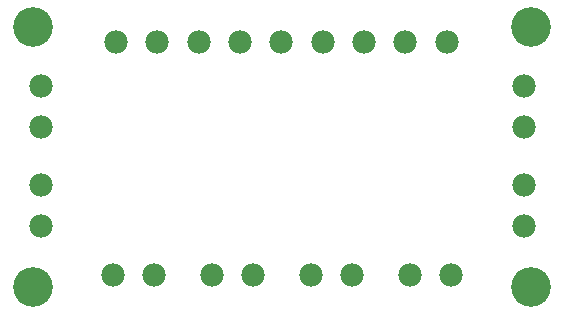
<source format=gbs>
G04 #@! TF.FileFunction,Soldermask,Bot*
%FSLAX46Y46*%
G04 Gerber Fmt 4.6, Leading zero omitted, Abs format (unit mm)*
G04 Created by KiCad (PCBNEW (2014-11-09 BZR 5259)-product) date Mon 22 Dec 2014 02:38:55 PM PST*
%MOMM*%
G01*
G04 APERTURE LIST*
%ADD10C,0.100000*%
%ADD11C,1.968500*%
%ADD12C,3.352800*%
G04 APERTURE END LIST*
D10*
D11*
X140100000Y-49878000D03*
X143600000Y-49878000D03*
X147100000Y-49878000D03*
X133731000Y-57122000D03*
X133731000Y-53622000D03*
X133731000Y-65504000D03*
X133731000Y-62004000D03*
X143355000Y-69596000D03*
X139855000Y-69596000D03*
X151737000Y-69596000D03*
X148237000Y-69596000D03*
X160119000Y-69596000D03*
X156619000Y-69596000D03*
X168501000Y-69596000D03*
X165001000Y-69596000D03*
X174625000Y-62004000D03*
X174625000Y-65504000D03*
X174625000Y-53622000D03*
X174625000Y-57122000D03*
X150600000Y-49878000D03*
X154100000Y-49878000D03*
X157600000Y-49878000D03*
X161100000Y-49878000D03*
X164600000Y-49878000D03*
X168100000Y-49878000D03*
D12*
X175260000Y-48641000D03*
X133096000Y-48641000D03*
X175260000Y-70612000D03*
X133096000Y-70612000D03*
M02*

</source>
